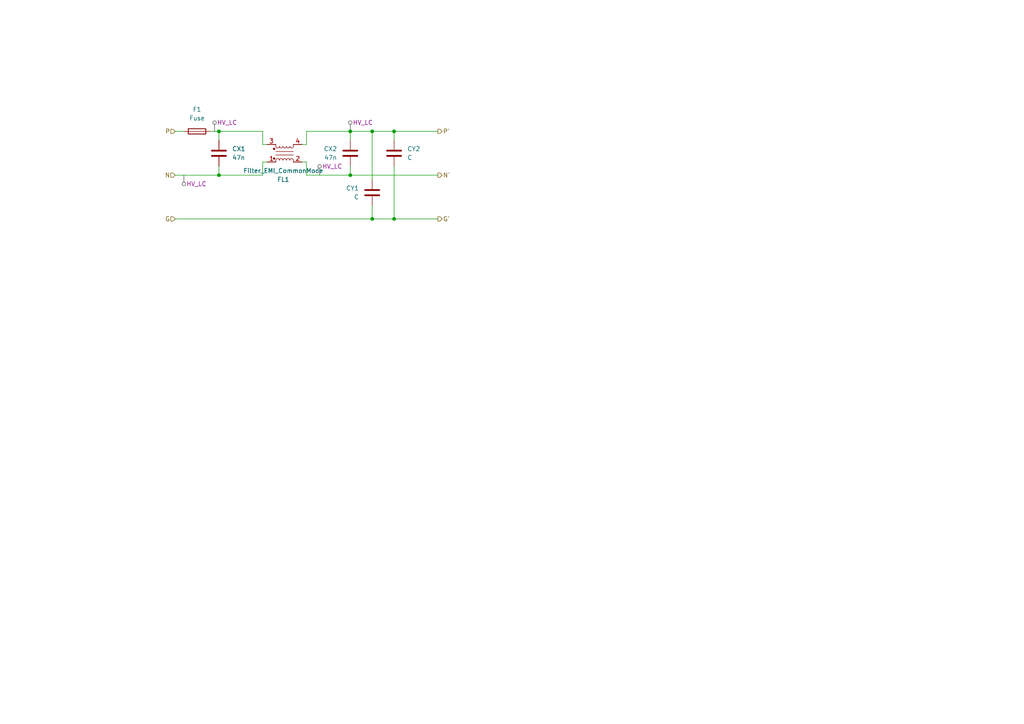
<source format=kicad_sch>
(kicad_sch (version 20250114) (generator "eeschema") (generator_version "9.0")
  (paper "A4")
  (lib_symbols
    (symbol "Device:C" (pin_numbers (hide yes)) (pin_names (offset 0.254))
      (property "Reference" "C" (at 0.635 2.54 0))
      (property "Value" "C" (at 0.635 -2.54 0))
      (symbol "C_0_1"
        (polyline (pts (xy -2.032 0.762) (xy 2.032 0.762)) (stroke (width 0.508)))
        (polyline (pts (xy -2.032 -0.762) (xy 2.032 -0.762)) (stroke (width 0.508)))
      )
      (symbol "C_1_1"
        (pin passive line (at 0 3.81 270) (length 2.794) (name "~") (number "1"))
        (pin passive line (at 0 -3.81 90) (length 2.794) (name "~") (number "2"))
      )
    )
    (symbol "Device:Filter_EMI_CommonMode" (pin_names (offset 0.254) (hide yes))
      (property "Reference" "FL" (at 0 4.445 0))
      (property "Value" "Filter_EMI_CommonMode" (at 0 -4.445 0))
      (symbol "Filter_EMI_CommonMode_0_1"
        (circle (center -3.048 1.524) (radius 0.254) (fill (type outline)))
        (circle (center -3.048 -1.27) (radius 0.254) (fill (type outline)))
        (polyline (pts (xy -2.54 2.032) (xy -2.54 2.54)))
        (polyline (pts (xy -2.54 0.508) (xy 2.54 0.508)))
        (polyline (pts (xy -2.54 -2.032) (xy -2.54 -2.54)))
        (arc (start -1.524 2.032) (mid -2.032 1.5262) (end -2.54 2.032))
        (arc (start -2.54 -2.032) (mid -2.032 -1.5262) (end -1.524 -2.032))
        (arc (start -0.508 2.032) (mid -1.016 1.5262) (end -1.524 2.032))
        (arc (start -1.524 -2.032) (mid -1.016 -1.5262) (end -0.508 -2.032))
        (arc (start 0.508 2.032) (mid 0 1.5262) (end -0.508 2.032))
        (arc (start -0.508 -2.032) (mid 0 -1.5262) (end 0.508 -2.032))
        (arc (start 1.524 2.032) (mid 1.016 1.5262) (end 0.508 2.032))
        (arc (start 0.508 -2.032) (mid 1.016 -1.5262) (end 1.524 -2.032))
        (arc (start 2.54 2.032) (mid 2.032 1.5262) (end 1.524 2.032))
        (arc (start 1.524 -2.032) (mid 2.032 -1.5262) (end 2.54 -2.032))
        (polyline (pts (xy 2.54 2.54) (xy 2.54 2.032)))
        (polyline (pts (xy 2.54 -0.508) (xy -2.54 -0.508)))
        (polyline (pts (xy 2.54 -2.032) (xy 2.54 -2.54)))
      )
      (symbol "Filter_EMI_CommonMode_1_1"
        (pin passive line (at -5.08 2.54 0) (length 2.54) (name "1") (number "1"))
        (pin passive line (at -5.08 -2.54 0) (length 2.54) (name "3") (number "3"))
        (pin passive line (at 5.08 2.54 180) (length 2.54) (name "2") (number "2"))
        (pin passive line (at 5.08 -2.54 180) (length 2.54) (name "4") (number "4"))
      )
    )
    (symbol "Device:Fuse" (pin_numbers (hide yes)) (pin_names (offset 0))
      (property "Reference" "F" (at 2.032 0 90))
      (property "Value" "Fuse" (at -1.905 0 90))
      (symbol "Fuse_0_1"
        (rectangle (start -0.762 -2.54) (end 0.762 2.54) (stroke (width 0.254)))
        (polyline (pts (xy 0 2.54) (xy 0 -2.54)))
      )
      (symbol "Fuse_1_1"
        (pin passive line (at 0 3.81 270) (length 1.27) (name "~") (number "1"))
        (pin passive line (at 0 -3.81 90) (length 1.27) (name "~") (number "2"))
      )
    )
  )
  (junction (at 101.6 38.1))
  (junction (at 63.5 38.1))
  (junction (at 63.5 50.8))
  (junction (at 107.95 38.1))
  (junction (at 114.3 63.5))
  (junction (at 114.3 38.1))
  (junction (at 107.95 63.5))
  (junction (at 101.6 50.8))
  (wire (pts (xy 50.8 50.8) (xy 63.5 50.8)))
  (wire (pts (xy 87.63 46.99) (xy 88.9 46.99)))
  (wire (pts (xy 101.6 50.8) (xy 127 50.8)))
  (wire (pts (xy 107.95 63.5) (xy 114.3 63.5)))
  (wire (pts (xy 88.9 38.1) (xy 88.9 41.91)))
  (wire (pts (xy 76.2 46.99) (xy 76.2 50.8)))
  (wire (pts (xy 101.6 38.1) (xy 107.95 38.1)))
  (wire (pts (xy 107.95 38.1) (xy 107.95 52.07)))
  (wire (pts (xy 77.47 41.91) (xy 76.2 41.91)))
  (wire (pts (xy 76.2 38.1) (xy 76.2 41.91)))
  (wire (pts (xy 63.5 48.26) (xy 63.5 50.8)))
  (wire (pts (xy 107.95 38.1) (xy 114.3 38.1)))
  (wire (pts (xy 88.9 50.8) (xy 101.6 50.8)))
  (wire (pts (xy 107.95 59.69) (xy 107.95 63.5)))
  (wire (pts (xy 114.3 38.1) (xy 127 38.1)))
  (wire (pts (xy 87.63 41.91) (xy 88.9 41.91)))
  (wire (pts (xy 114.3 38.1) (xy 114.3 40.64)))
  (wire (pts (xy 63.5 50.8) (xy 76.2 50.8)))
  (wire (pts (xy 50.8 63.5) (xy 107.95 63.5)))
  (wire (pts (xy 63.5 38.1) (xy 76.2 38.1)))
  (wire (pts (xy 114.3 63.5) (xy 127 63.5)))
  (wire (pts (xy 60.96 38.1) (xy 63.5 38.1)))
  (wire (pts (xy 77.47 46.99) (xy 76.2 46.99)))
  (wire (pts (xy 88.9 46.99) (xy 88.9 50.8)))
  (wire (pts (xy 114.3 48.26) (xy 114.3 63.5)))
  (wire (pts (xy 88.9 38.1) (xy 101.6 38.1)))
  (wire (pts (xy 63.5 38.1) (xy 63.5 40.64)))
  (wire (pts (xy 50.8 38.1) (xy 53.34 38.1)))
  (wire (pts (xy 101.6 38.1) (xy 101.6 40.64)))
  (wire (pts (xy 101.6 48.26) (xy 101.6 50.8)))
  (hierarchical_label "N'" (shape output) (at 127 50.8 0))
  (hierarchical_label "G'" (shape output) (at 127 63.5 0))
  (hierarchical_label "N" (shape input) (at 50.8 50.8 180))
  (hierarchical_label "P'" (shape output) (at 127 38.1 0))
  (hierarchical_label "G" (shape input) (at 50.8 63.5 180))
  (hierarchical_label "P" (shape input) (at 50.8 38.1 180))
  (netclass_flag "" (length 2.54) (shape round) (at 101.6 38.1 0) (property "Netclass" "HV_LC" (at 102.2985 35.56 0) (effects (justify left))))
  (netclass_flag "" (length 2.54) (shape round) (at 53.34 50.8 180) (property "Netclass" "HV_LC" (at 54.0385 53.34 0) (effects (justify left))))
  (netclass_flag "" (length 2.54) (shape round) (at 62.23 38.1 0) (property "Netclass" "HV_LC" (at 62.9285 35.56 0) (effects (justify left))))
  (netclass_flag "" (length 2.54) (shape round) (at 92.71 50.8 0) (property "Netclass" "HV_LC" (at 93.4085 48.26 0) (effects (justify left))))
  (symbol (lib_id "Device:Fuse") (at 57.15 38.1 90) (unit 1)
    (property "Reference" "F1" (at 57.15 31.75 90))
    (property "Value" "Fuse" (at 57.15 34.29 90))
    (property "Footprint" "Resistor_THT:R_Axial_DIN0207_L6.3mm_D2.5mm_P15.24mm_Horizontal" (effects (hide yes)))
    (property "Description" "Fuse" (effects (hide yes)))
  )
  (symbol (lib_id "Device:C") (at 63.5 44.45 0) (unit 1)
    (property "Reference" "CX1" (at 67.31 43.1799 0) (effects (justify left)))
    (property "Value" "47n" (at 67.31 45.7199 0) (effects (justify left)))
    (property "Footprint" "Capacitor_THT:C_Rect_L24.0mm_W8.6mm_P22.50mm_MKT" (effects (hide yes)))
    (property "Description" "Unpolarized capacitor" (effects (hide yes)))
  )
  (symbol (lib_id "Device:Filter_EMI_CommonMode") (at 82.55 44.45 0) (mirror x) (unit 1)
    (property "Reference" "FL1" (at 82.169 52.07 0))
    (property "Value" "Filter_EMI_CommonMode" (at 82.169 49.53 0))
    (property "Footprint" "ELP-Boost_PFC:Filtro_EMI-Choke" (effects (hide yes)))
    (property "Description" "EMI 2-inductor common mode filter" (effects (hide yes)))
  )
  (symbol (lib_id "Device:C") (at 107.95 55.88 0) (mirror y) (unit 1)
    (property "Reference" "CY1" (at 104.14 54.6099 0) (effects (justify left)))
    (property "Value" "C" (at 104.14 57.1499 0) (effects (justify left)))
    (property "Description" "Unpolarized capacitor" (effects (hide yes)))
  )
  (symbol (lib_id "Device:C") (at 114.3 44.45 0) (unit 1)
    (property "Reference" "CY2" (at 118.11 43.1799 0) (effects (justify left)))
    (property "Value" "C" (at 118.11 45.7199 0) (effects (justify left)))
    (property "Description" "Unpolarized capacitor" (effects (hide yes)))
  )
  (symbol (lib_id "Device:C") (at 101.6 44.45 0) (mirror y) (unit 1)
    (property "Reference" "CX2" (at 97.79 43.1799 0) (effects (justify left)))
    (property "Value" "47n" (at 97.79 45.7199 0) (effects (justify left)))
    (property "Footprint" "Capacitor_THT:C_Rect_L24.0mm_W8.6mm_P22.50mm_MKT" (effects (hide yes)))
    (property "Description" "Unpolarized capacitor" (effects (hide yes)))
  )
)
</source>
